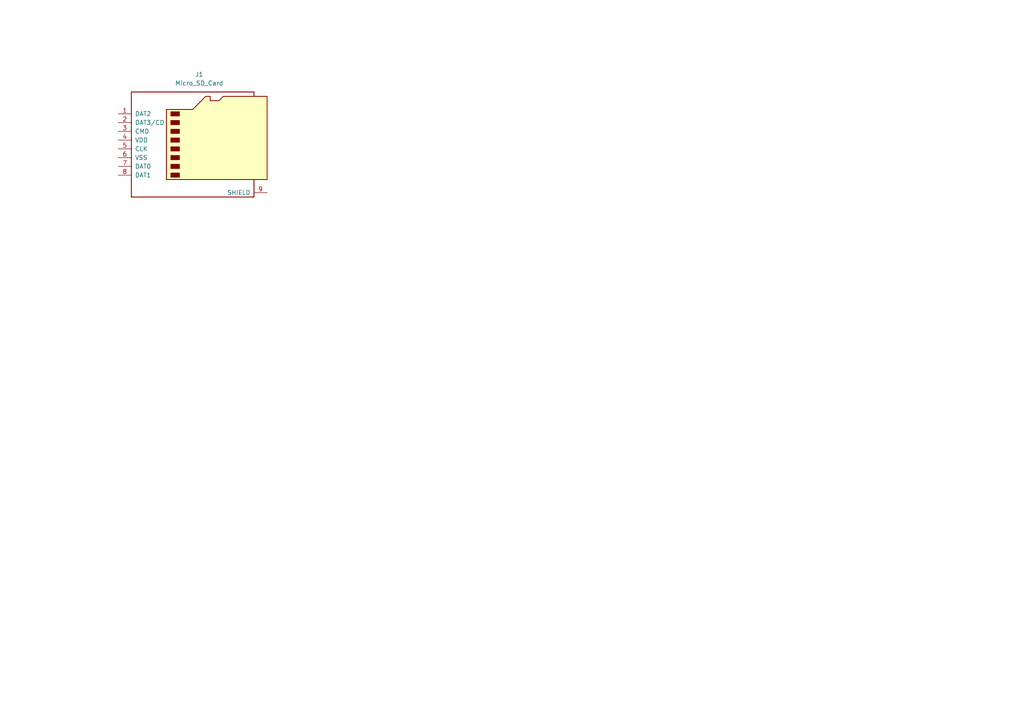
<source format=kicad_sch>
(kicad_sch (version 20250114) (generator "eeschema") (generator_version "9.0")
  (paper "A4")
  (lib_symbols
    (symbol "Connector:Micro_SD_Card" (pin_names (offset 1.016))
      (property "Reference" "J" (at -16.51 15.24 0))
      (property "Value" "Micro_SD_Card" (at 16.51 15.24 0))
      (symbol "Micro_SD_Card_0_1"
        (polyline (pts (xy -8.89 -11.43) (xy -8.89 8.89) (xy -1.27 8.89) (xy 2.54 12.7) (xy 3.81 12.7) (xy 3.81 11.43) (xy 6.35 11.43) (xy 7.62 12.7) (xy 20.32 12.7) (xy 20.32 -11.43) (xy -8.89 -11.43)) (stroke (width 0.254)) (fill (type background)))
        (rectangle (start -7.62 8.255) (end -5.08 6.985) (fill (type outline)))
        (rectangle (start -7.62 5.715) (end -5.08 4.445) (fill (type outline)))
        (rectangle (start -7.62 3.175) (end -5.08 1.905) (fill (type outline)))
        (rectangle (start -7.62 0.635) (end -5.08 -0.635) (fill (type outline)))
        (rectangle (start -7.62 -1.905) (end -5.08 -3.175) (fill (type outline)))
        (rectangle (start -7.62 -4.445) (end -5.08 -5.715) (fill (type outline)))
        (rectangle (start -7.62 -6.985) (end -5.08 -8.255) (fill (type outline)))
        (rectangle (start -7.62 -9.525) (end -5.08 -10.795) (fill (type outline)))
        (polyline (pts (xy 16.51 12.7) (xy 16.51 13.97) (xy -19.05 13.97) (xy -19.05 -16.51) (xy 16.51 -16.51) (xy 16.51 -11.43)) (stroke (width 0.254)))
      )
      (symbol "Micro_SD_Card_1_1"
        (pin bidirectional line (at -22.86 7.62 0) (length 3.81) (name "DAT2") (number "1"))
        (pin bidirectional line (at -22.86 5.08 0) (length 3.81) (name "DAT3/CD") (number "2"))
        (pin input line (at -22.86 2.54 0) (length 3.81) (name "CMD") (number "3"))
        (pin power_in line (at -22.86 0 0) (length 3.81) (name "VDD") (number "4"))
        (pin input line (at -22.86 -2.54 0) (length 3.81) (name "CLK") (number "5"))
        (pin power_in line (at -22.86 -5.08 0) (length 3.81) (name "VSS") (number "6"))
        (pin bidirectional line (at -22.86 -7.62 0) (length 3.81) (name "DAT0") (number "7"))
        (pin bidirectional line (at -22.86 -10.16 0) (length 3.81) (name "DAT1") (number "8"))
        (pin passive line (at 20.32 -15.24 180) (length 3.81) (name "SHIELD") (number "9"))
      )
    )
  )
  (symbol (lib_id "Connector:Micro_SD_Card") (at 57.15 40.64 0) (unit 1)
    (property "Reference" "J1" (at 57.785 21.59 0))
    (property "Value" "Micro_SD_Card" (at 57.785 24.13 0))
    (property "Datasheet" "https://www.we-online.com/components/products/datasheet/693072010801.pdf" (effects (hide yes)))
    (property "Description" "Micro SD Card Socket" (effects (hide yes)))
  )
)
</source>
